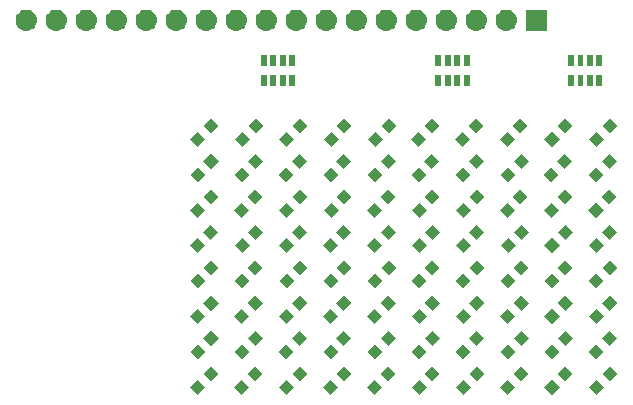
<source format=gbr>
G04 #@! TF.GenerationSoftware,KiCad,Pcbnew,5.1.0*
G04 #@! TF.CreationDate,2019-04-23T22:24:47-05:00*
G04 #@! TF.ProjectId,LedMatrix,4c65644d-6174-4726-9978-2e6b69636164,rev?*
G04 #@! TF.SameCoordinates,Original*
G04 #@! TF.FileFunction,Soldermask,Top*
G04 #@! TF.FilePolarity,Negative*
%FSLAX46Y46*%
G04 Gerber Fmt 4.6, Leading zero omitted, Abs format (unit mm)*
G04 Created by KiCad (PCBNEW 5.1.0) date 2019-04-23 22:24:47*
%MOMM*%
%LPD*%
G04 APERTURE LIST*
%ADD10C,0.100000*%
G04 APERTURE END LIST*
D10*
G36*
X115822125Y-76815685D02*
G01*
X115184315Y-77453495D01*
X114546505Y-76815685D01*
X115184315Y-76177875D01*
X115822125Y-76815685D01*
X115822125Y-76815685D01*
G37*
G36*
X112072125Y-76815685D02*
G01*
X111434315Y-77453495D01*
X110796505Y-76815685D01*
X111434315Y-76177875D01*
X112072125Y-76815685D01*
X112072125Y-76815685D01*
G37*
G36*
X119572125Y-76815685D02*
G01*
X118934315Y-77453495D01*
X118296505Y-76815685D01*
X118934315Y-76177875D01*
X119572125Y-76815685D01*
X119572125Y-76815685D01*
G37*
G36*
X123322125Y-76815685D02*
G01*
X122684315Y-77453495D01*
X122046505Y-76815685D01*
X122684315Y-76177875D01*
X123322125Y-76815685D01*
X123322125Y-76815685D01*
G37*
G36*
X127072125Y-76815685D02*
G01*
X126434315Y-77453495D01*
X125796505Y-76815685D01*
X126434315Y-76177875D01*
X127072125Y-76815685D01*
X127072125Y-76815685D01*
G37*
G36*
X104572125Y-76815685D02*
G01*
X103934315Y-77453495D01*
X103296505Y-76815685D01*
X103934315Y-76177875D01*
X104572125Y-76815685D01*
X104572125Y-76815685D01*
G37*
G36*
X130822125Y-76815685D02*
G01*
X130184315Y-77453495D01*
X129546505Y-76815685D01*
X130184315Y-76177875D01*
X130822125Y-76815685D01*
X130822125Y-76815685D01*
G37*
G36*
X134572125Y-76815685D02*
G01*
X133934315Y-77453495D01*
X133296505Y-76815685D01*
X133934315Y-76177875D01*
X134572125Y-76815685D01*
X134572125Y-76815685D01*
G37*
G36*
X138322125Y-76815685D02*
G01*
X137684315Y-77453495D01*
X137046505Y-76815685D01*
X137684315Y-76177875D01*
X138322125Y-76815685D01*
X138322125Y-76815685D01*
G37*
G36*
X108322125Y-76815685D02*
G01*
X107684315Y-77453495D01*
X107046505Y-76815685D01*
X107684315Y-76177875D01*
X108322125Y-76815685D01*
X108322125Y-76815685D01*
G37*
G36*
X105703495Y-75684315D02*
G01*
X105065685Y-76322125D01*
X104427875Y-75684315D01*
X105065685Y-75046505D01*
X105703495Y-75684315D01*
X105703495Y-75684315D01*
G37*
G36*
X135703495Y-75684315D02*
G01*
X135065685Y-76322125D01*
X134427875Y-75684315D01*
X135065685Y-75046505D01*
X135703495Y-75684315D01*
X135703495Y-75684315D01*
G37*
G36*
X131953495Y-75684315D02*
G01*
X131315685Y-76322125D01*
X130677875Y-75684315D01*
X131315685Y-75046505D01*
X131953495Y-75684315D01*
X131953495Y-75684315D01*
G37*
G36*
X128203495Y-75684315D02*
G01*
X127565685Y-76322125D01*
X126927875Y-75684315D01*
X127565685Y-75046505D01*
X128203495Y-75684315D01*
X128203495Y-75684315D01*
G37*
G36*
X124453495Y-75684315D02*
G01*
X123815685Y-76322125D01*
X123177875Y-75684315D01*
X123815685Y-75046505D01*
X124453495Y-75684315D01*
X124453495Y-75684315D01*
G37*
G36*
X120703495Y-75684315D02*
G01*
X120065685Y-76322125D01*
X119427875Y-75684315D01*
X120065685Y-75046505D01*
X120703495Y-75684315D01*
X120703495Y-75684315D01*
G37*
G36*
X116953495Y-75684315D02*
G01*
X116315685Y-76322125D01*
X115677875Y-75684315D01*
X116315685Y-75046505D01*
X116953495Y-75684315D01*
X116953495Y-75684315D01*
G37*
G36*
X113203495Y-75684315D02*
G01*
X112565685Y-76322125D01*
X111927875Y-75684315D01*
X112565685Y-75046505D01*
X113203495Y-75684315D01*
X113203495Y-75684315D01*
G37*
G36*
X109453495Y-75684315D02*
G01*
X108815685Y-76322125D01*
X108177875Y-75684315D01*
X108815685Y-75046505D01*
X109453495Y-75684315D01*
X109453495Y-75684315D01*
G37*
G36*
X139453495Y-75684315D02*
G01*
X138815685Y-76322125D01*
X138177875Y-75684315D01*
X138815685Y-75046505D01*
X139453495Y-75684315D01*
X139453495Y-75684315D01*
G37*
G36*
X130822125Y-73815685D02*
G01*
X130184315Y-74453495D01*
X129546505Y-73815685D01*
X130184315Y-73177875D01*
X130822125Y-73815685D01*
X130822125Y-73815685D01*
G37*
G36*
X138322125Y-73815685D02*
G01*
X137684315Y-74453495D01*
X137046505Y-73815685D01*
X137684315Y-73177875D01*
X138322125Y-73815685D01*
X138322125Y-73815685D01*
G37*
G36*
X134572125Y-73815685D02*
G01*
X133934315Y-74453495D01*
X133296505Y-73815685D01*
X133934315Y-73177875D01*
X134572125Y-73815685D01*
X134572125Y-73815685D01*
G37*
G36*
X127072125Y-73815685D02*
G01*
X126434315Y-74453495D01*
X125796505Y-73815685D01*
X126434315Y-73177875D01*
X127072125Y-73815685D01*
X127072125Y-73815685D01*
G37*
G36*
X123322125Y-73815685D02*
G01*
X122684315Y-74453495D01*
X122046505Y-73815685D01*
X122684315Y-73177875D01*
X123322125Y-73815685D01*
X123322125Y-73815685D01*
G37*
G36*
X115822125Y-73815685D02*
G01*
X115184315Y-74453495D01*
X114546505Y-73815685D01*
X115184315Y-73177875D01*
X115822125Y-73815685D01*
X115822125Y-73815685D01*
G37*
G36*
X104572125Y-73815685D02*
G01*
X103934315Y-74453495D01*
X103296505Y-73815685D01*
X103934315Y-73177875D01*
X104572125Y-73815685D01*
X104572125Y-73815685D01*
G37*
G36*
X112072125Y-73815685D02*
G01*
X111434315Y-74453495D01*
X110796505Y-73815685D01*
X111434315Y-73177875D01*
X112072125Y-73815685D01*
X112072125Y-73815685D01*
G37*
G36*
X108322125Y-73815685D02*
G01*
X107684315Y-74453495D01*
X107046505Y-73815685D01*
X107684315Y-73177875D01*
X108322125Y-73815685D01*
X108322125Y-73815685D01*
G37*
G36*
X119572125Y-73815685D02*
G01*
X118934315Y-74453495D01*
X118296505Y-73815685D01*
X118934315Y-73177875D01*
X119572125Y-73815685D01*
X119572125Y-73815685D01*
G37*
G36*
X120703495Y-72684315D02*
G01*
X120065685Y-73322125D01*
X119427875Y-72684315D01*
X120065685Y-72046505D01*
X120703495Y-72684315D01*
X120703495Y-72684315D01*
G37*
G36*
X135703495Y-72684315D02*
G01*
X135065685Y-73322125D01*
X134427875Y-72684315D01*
X135065685Y-72046505D01*
X135703495Y-72684315D01*
X135703495Y-72684315D01*
G37*
G36*
X131953495Y-72684315D02*
G01*
X131315685Y-73322125D01*
X130677875Y-72684315D01*
X131315685Y-72046505D01*
X131953495Y-72684315D01*
X131953495Y-72684315D01*
G37*
G36*
X128203495Y-72684315D02*
G01*
X127565685Y-73322125D01*
X126927875Y-72684315D01*
X127565685Y-72046505D01*
X128203495Y-72684315D01*
X128203495Y-72684315D01*
G37*
G36*
X124453495Y-72684315D02*
G01*
X123815685Y-73322125D01*
X123177875Y-72684315D01*
X123815685Y-72046505D01*
X124453495Y-72684315D01*
X124453495Y-72684315D01*
G37*
G36*
X116953495Y-72684315D02*
G01*
X116315685Y-73322125D01*
X115677875Y-72684315D01*
X116315685Y-72046505D01*
X116953495Y-72684315D01*
X116953495Y-72684315D01*
G37*
G36*
X113203495Y-72684315D02*
G01*
X112565685Y-73322125D01*
X111927875Y-72684315D01*
X112565685Y-72046505D01*
X113203495Y-72684315D01*
X113203495Y-72684315D01*
G37*
G36*
X109453495Y-72684315D02*
G01*
X108815685Y-73322125D01*
X108177875Y-72684315D01*
X108815685Y-72046505D01*
X109453495Y-72684315D01*
X109453495Y-72684315D01*
G37*
G36*
X105703495Y-72684315D02*
G01*
X105065685Y-73322125D01*
X104427875Y-72684315D01*
X105065685Y-72046505D01*
X105703495Y-72684315D01*
X105703495Y-72684315D01*
G37*
G36*
X139453495Y-72684315D02*
G01*
X138815685Y-73322125D01*
X138177875Y-72684315D01*
X138815685Y-72046505D01*
X139453495Y-72684315D01*
X139453495Y-72684315D01*
G37*
G36*
X108322125Y-70815685D02*
G01*
X107684315Y-71453495D01*
X107046505Y-70815685D01*
X107684315Y-70177875D01*
X108322125Y-70815685D01*
X108322125Y-70815685D01*
G37*
G36*
X104572125Y-70815685D02*
G01*
X103934315Y-71453495D01*
X103296505Y-70815685D01*
X103934315Y-70177875D01*
X104572125Y-70815685D01*
X104572125Y-70815685D01*
G37*
G36*
X134572125Y-70815685D02*
G01*
X133934315Y-71453495D01*
X133296505Y-70815685D01*
X133934315Y-70177875D01*
X134572125Y-70815685D01*
X134572125Y-70815685D01*
G37*
G36*
X130822125Y-70815685D02*
G01*
X130184315Y-71453495D01*
X129546505Y-70815685D01*
X130184315Y-70177875D01*
X130822125Y-70815685D01*
X130822125Y-70815685D01*
G37*
G36*
X127072125Y-70815685D02*
G01*
X126434315Y-71453495D01*
X125796505Y-70815685D01*
X126434315Y-70177875D01*
X127072125Y-70815685D01*
X127072125Y-70815685D01*
G37*
G36*
X123322125Y-70815685D02*
G01*
X122684315Y-71453495D01*
X122046505Y-70815685D01*
X122684315Y-70177875D01*
X123322125Y-70815685D01*
X123322125Y-70815685D01*
G37*
G36*
X119572125Y-70815685D02*
G01*
X118934315Y-71453495D01*
X118296505Y-70815685D01*
X118934315Y-70177875D01*
X119572125Y-70815685D01*
X119572125Y-70815685D01*
G37*
G36*
X115822125Y-70815685D02*
G01*
X115184315Y-71453495D01*
X114546505Y-70815685D01*
X115184315Y-70177875D01*
X115822125Y-70815685D01*
X115822125Y-70815685D01*
G37*
G36*
X112072125Y-70815685D02*
G01*
X111434315Y-71453495D01*
X110796505Y-70815685D01*
X111434315Y-70177875D01*
X112072125Y-70815685D01*
X112072125Y-70815685D01*
G37*
G36*
X138322125Y-70815685D02*
G01*
X137684315Y-71453495D01*
X137046505Y-70815685D01*
X137684315Y-70177875D01*
X138322125Y-70815685D01*
X138322125Y-70815685D01*
G37*
G36*
X139453495Y-69684315D02*
G01*
X138815685Y-70322125D01*
X138177875Y-69684315D01*
X138815685Y-69046505D01*
X139453495Y-69684315D01*
X139453495Y-69684315D01*
G37*
G36*
X113203495Y-69684315D02*
G01*
X112565685Y-70322125D01*
X111927875Y-69684315D01*
X112565685Y-69046505D01*
X113203495Y-69684315D01*
X113203495Y-69684315D01*
G37*
G36*
X116953495Y-69684315D02*
G01*
X116315685Y-70322125D01*
X115677875Y-69684315D01*
X116315685Y-69046505D01*
X116953495Y-69684315D01*
X116953495Y-69684315D01*
G37*
G36*
X120703495Y-69684315D02*
G01*
X120065685Y-70322125D01*
X119427875Y-69684315D01*
X120065685Y-69046505D01*
X120703495Y-69684315D01*
X120703495Y-69684315D01*
G37*
G36*
X124453495Y-69684315D02*
G01*
X123815685Y-70322125D01*
X123177875Y-69684315D01*
X123815685Y-69046505D01*
X124453495Y-69684315D01*
X124453495Y-69684315D01*
G37*
G36*
X131953495Y-69684315D02*
G01*
X131315685Y-70322125D01*
X130677875Y-69684315D01*
X131315685Y-69046505D01*
X131953495Y-69684315D01*
X131953495Y-69684315D01*
G37*
G36*
X135703495Y-69684315D02*
G01*
X135065685Y-70322125D01*
X134427875Y-69684315D01*
X135065685Y-69046505D01*
X135703495Y-69684315D01*
X135703495Y-69684315D01*
G37*
G36*
X105703495Y-69684315D02*
G01*
X105065685Y-70322125D01*
X104427875Y-69684315D01*
X105065685Y-69046505D01*
X105703495Y-69684315D01*
X105703495Y-69684315D01*
G37*
G36*
X109453495Y-69684315D02*
G01*
X108815685Y-70322125D01*
X108177875Y-69684315D01*
X108815685Y-69046505D01*
X109453495Y-69684315D01*
X109453495Y-69684315D01*
G37*
G36*
X128203495Y-69684315D02*
G01*
X127565685Y-70322125D01*
X126927875Y-69684315D01*
X127565685Y-69046505D01*
X128203495Y-69684315D01*
X128203495Y-69684315D01*
G37*
G36*
X119622125Y-67815685D02*
G01*
X118984315Y-68453495D01*
X118346505Y-67815685D01*
X118984315Y-67177875D01*
X119622125Y-67815685D01*
X119622125Y-67815685D01*
G37*
G36*
X134572125Y-67815685D02*
G01*
X133934315Y-68453495D01*
X133296505Y-67815685D01*
X133934315Y-67177875D01*
X134572125Y-67815685D01*
X134572125Y-67815685D01*
G37*
G36*
X130822125Y-67815685D02*
G01*
X130184315Y-68453495D01*
X129546505Y-67815685D01*
X130184315Y-67177875D01*
X130822125Y-67815685D01*
X130822125Y-67815685D01*
G37*
G36*
X127072125Y-67815685D02*
G01*
X126434315Y-68453495D01*
X125796505Y-67815685D01*
X126434315Y-67177875D01*
X127072125Y-67815685D01*
X127072125Y-67815685D01*
G37*
G36*
X123322125Y-67815685D02*
G01*
X122684315Y-68453495D01*
X122046505Y-67815685D01*
X122684315Y-67177875D01*
X123322125Y-67815685D01*
X123322125Y-67815685D01*
G37*
G36*
X115872125Y-67815685D02*
G01*
X115234315Y-68453495D01*
X114596505Y-67815685D01*
X115234315Y-67177875D01*
X115872125Y-67815685D01*
X115872125Y-67815685D01*
G37*
G36*
X112122125Y-67815685D02*
G01*
X111484315Y-68453495D01*
X110846505Y-67815685D01*
X111484315Y-67177875D01*
X112122125Y-67815685D01*
X112122125Y-67815685D01*
G37*
G36*
X108322125Y-67815685D02*
G01*
X107684315Y-68453495D01*
X107046505Y-67815685D01*
X107684315Y-67177875D01*
X108322125Y-67815685D01*
X108322125Y-67815685D01*
G37*
G36*
X138322125Y-67815685D02*
G01*
X137684315Y-68453495D01*
X137046505Y-67815685D01*
X137684315Y-67177875D01*
X138322125Y-67815685D01*
X138322125Y-67815685D01*
G37*
G36*
X104572125Y-67815685D02*
G01*
X103934315Y-68453495D01*
X103296505Y-67815685D01*
X103934315Y-67177875D01*
X104572125Y-67815685D01*
X104572125Y-67815685D01*
G37*
G36*
X131953495Y-66684315D02*
G01*
X131315685Y-67322125D01*
X130677875Y-66684315D01*
X131315685Y-66046505D01*
X131953495Y-66684315D01*
X131953495Y-66684315D01*
G37*
G36*
X105703495Y-66684315D02*
G01*
X105065685Y-67322125D01*
X104427875Y-66684315D01*
X105065685Y-66046505D01*
X105703495Y-66684315D01*
X105703495Y-66684315D01*
G37*
G36*
X109453495Y-66684315D02*
G01*
X108815685Y-67322125D01*
X108177875Y-66684315D01*
X108815685Y-66046505D01*
X109453495Y-66684315D01*
X109453495Y-66684315D01*
G37*
G36*
X139453495Y-66684315D02*
G01*
X138815685Y-67322125D01*
X138177875Y-66684315D01*
X138815685Y-66046505D01*
X139453495Y-66684315D01*
X139453495Y-66684315D01*
G37*
G36*
X113253495Y-66684315D02*
G01*
X112615685Y-67322125D01*
X111977875Y-66684315D01*
X112615685Y-66046505D01*
X113253495Y-66684315D01*
X113253495Y-66684315D01*
G37*
G36*
X117003495Y-66684315D02*
G01*
X116365685Y-67322125D01*
X115727875Y-66684315D01*
X116365685Y-66046505D01*
X117003495Y-66684315D01*
X117003495Y-66684315D01*
G37*
G36*
X135703495Y-66684315D02*
G01*
X135065685Y-67322125D01*
X134427875Y-66684315D01*
X135065685Y-66046505D01*
X135703495Y-66684315D01*
X135703495Y-66684315D01*
G37*
G36*
X120753495Y-66684315D02*
G01*
X120115685Y-67322125D01*
X119477875Y-66684315D01*
X120115685Y-66046505D01*
X120753495Y-66684315D01*
X120753495Y-66684315D01*
G37*
G36*
X124453495Y-66684315D02*
G01*
X123815685Y-67322125D01*
X123177875Y-66684315D01*
X123815685Y-66046505D01*
X124453495Y-66684315D01*
X124453495Y-66684315D01*
G37*
G36*
X128203495Y-66684315D02*
G01*
X127565685Y-67322125D01*
X126927875Y-66684315D01*
X127565685Y-66046505D01*
X128203495Y-66684315D01*
X128203495Y-66684315D01*
G37*
G36*
X138322125Y-64815685D02*
G01*
X137684315Y-65453495D01*
X137046505Y-64815685D01*
X137684315Y-64177875D01*
X138322125Y-64815685D01*
X138322125Y-64815685D01*
G37*
G36*
X104522125Y-64815685D02*
G01*
X103884315Y-65453495D01*
X103246505Y-64815685D01*
X103884315Y-64177875D01*
X104522125Y-64815685D01*
X104522125Y-64815685D01*
G37*
G36*
X108372125Y-64815685D02*
G01*
X107734315Y-65453495D01*
X107096505Y-64815685D01*
X107734315Y-64177875D01*
X108372125Y-64815685D01*
X108372125Y-64815685D01*
G37*
G36*
X112072125Y-64815685D02*
G01*
X111434315Y-65453495D01*
X110796505Y-64815685D01*
X111434315Y-64177875D01*
X112072125Y-64815685D01*
X112072125Y-64815685D01*
G37*
G36*
X115822125Y-64815685D02*
G01*
X115184315Y-65453495D01*
X114546505Y-64815685D01*
X115184315Y-64177875D01*
X115822125Y-64815685D01*
X115822125Y-64815685D01*
G37*
G36*
X123322125Y-64815685D02*
G01*
X122684315Y-65453495D01*
X122046505Y-64815685D01*
X122684315Y-64177875D01*
X123322125Y-64815685D01*
X123322125Y-64815685D01*
G37*
G36*
X127072125Y-64815685D02*
G01*
X126434315Y-65453495D01*
X125796505Y-64815685D01*
X126434315Y-64177875D01*
X127072125Y-64815685D01*
X127072125Y-64815685D01*
G37*
G36*
X130872125Y-64815685D02*
G01*
X130234315Y-65453495D01*
X129596505Y-64815685D01*
X130234315Y-64177875D01*
X130872125Y-64815685D01*
X130872125Y-64815685D01*
G37*
G36*
X134572125Y-64815685D02*
G01*
X133934315Y-65453495D01*
X133296505Y-64815685D01*
X133934315Y-64177875D01*
X134572125Y-64815685D01*
X134572125Y-64815685D01*
G37*
G36*
X119572125Y-64815685D02*
G01*
X118934315Y-65453495D01*
X118296505Y-64815685D01*
X118934315Y-64177875D01*
X119572125Y-64815685D01*
X119572125Y-64815685D01*
G37*
G36*
X124453495Y-63684315D02*
G01*
X123815685Y-64322125D01*
X123177875Y-63684315D01*
X123815685Y-63046505D01*
X124453495Y-63684315D01*
X124453495Y-63684315D01*
G37*
G36*
X135703495Y-63684315D02*
G01*
X135065685Y-64322125D01*
X134427875Y-63684315D01*
X135065685Y-63046505D01*
X135703495Y-63684315D01*
X135703495Y-63684315D01*
G37*
G36*
X139453495Y-63684315D02*
G01*
X138815685Y-64322125D01*
X138177875Y-63684315D01*
X138815685Y-63046505D01*
X139453495Y-63684315D01*
X139453495Y-63684315D01*
G37*
G36*
X132003495Y-63684315D02*
G01*
X131365685Y-64322125D01*
X130727875Y-63684315D01*
X131365685Y-63046505D01*
X132003495Y-63684315D01*
X132003495Y-63684315D01*
G37*
G36*
X128203495Y-63684315D02*
G01*
X127565685Y-64322125D01*
X126927875Y-63684315D01*
X127565685Y-63046505D01*
X128203495Y-63684315D01*
X128203495Y-63684315D01*
G37*
G36*
X116953495Y-63684315D02*
G01*
X116315685Y-64322125D01*
X115677875Y-63684315D01*
X116315685Y-63046505D01*
X116953495Y-63684315D01*
X116953495Y-63684315D01*
G37*
G36*
X113203495Y-63684315D02*
G01*
X112565685Y-64322125D01*
X111927875Y-63684315D01*
X112565685Y-63046505D01*
X113203495Y-63684315D01*
X113203495Y-63684315D01*
G37*
G36*
X109503495Y-63684315D02*
G01*
X108865685Y-64322125D01*
X108227875Y-63684315D01*
X108865685Y-63046505D01*
X109503495Y-63684315D01*
X109503495Y-63684315D01*
G37*
G36*
X105653495Y-63684315D02*
G01*
X105015685Y-64322125D01*
X104377875Y-63684315D01*
X105015685Y-63046505D01*
X105653495Y-63684315D01*
X105653495Y-63684315D01*
G37*
G36*
X120703495Y-63684315D02*
G01*
X120065685Y-64322125D01*
X119427875Y-63684315D01*
X120065685Y-63046505D01*
X120703495Y-63684315D01*
X120703495Y-63684315D01*
G37*
G36*
X138297125Y-61815685D02*
G01*
X137659315Y-62453495D01*
X137021505Y-61815685D01*
X137659315Y-61177875D01*
X138297125Y-61815685D01*
X138297125Y-61815685D01*
G37*
G36*
X119572125Y-61815685D02*
G01*
X118934315Y-62453495D01*
X118296505Y-61815685D01*
X118934315Y-61177875D01*
X119572125Y-61815685D01*
X119572125Y-61815685D01*
G37*
G36*
X134522125Y-61815685D02*
G01*
X133884315Y-62453495D01*
X133246505Y-61815685D01*
X133884315Y-61177875D01*
X134522125Y-61815685D01*
X134522125Y-61815685D01*
G37*
G36*
X130772125Y-61815685D02*
G01*
X130134315Y-62453495D01*
X129496505Y-61815685D01*
X130134315Y-61177875D01*
X130772125Y-61815685D01*
X130772125Y-61815685D01*
G37*
G36*
X127072125Y-61815685D02*
G01*
X126434315Y-62453495D01*
X125796505Y-61815685D01*
X126434315Y-61177875D01*
X127072125Y-61815685D01*
X127072125Y-61815685D01*
G37*
G36*
X108322125Y-61815685D02*
G01*
X107684315Y-62453495D01*
X107046505Y-61815685D01*
X107684315Y-61177875D01*
X108322125Y-61815685D01*
X108322125Y-61815685D01*
G37*
G36*
X123322125Y-61815685D02*
G01*
X122684315Y-62453495D01*
X122046505Y-61815685D01*
X122684315Y-61177875D01*
X123322125Y-61815685D01*
X123322125Y-61815685D01*
G37*
G36*
X112072125Y-61815685D02*
G01*
X111434315Y-62453495D01*
X110796505Y-61815685D01*
X111434315Y-61177875D01*
X112072125Y-61815685D01*
X112072125Y-61815685D01*
G37*
G36*
X115872125Y-61815685D02*
G01*
X115234315Y-62453495D01*
X114596505Y-61815685D01*
X115234315Y-61177875D01*
X115872125Y-61815685D01*
X115872125Y-61815685D01*
G37*
G36*
X104572125Y-61815685D02*
G01*
X103934315Y-62453495D01*
X103296505Y-61815685D01*
X103934315Y-61177875D01*
X104572125Y-61815685D01*
X104572125Y-61815685D01*
G37*
G36*
X117003495Y-60684315D02*
G01*
X116365685Y-61322125D01*
X115727875Y-60684315D01*
X116365685Y-60046505D01*
X117003495Y-60684315D01*
X117003495Y-60684315D01*
G37*
G36*
X120703495Y-60684315D02*
G01*
X120065685Y-61322125D01*
X119427875Y-60684315D01*
X120065685Y-60046505D01*
X120703495Y-60684315D01*
X120703495Y-60684315D01*
G37*
G36*
X105703495Y-60684315D02*
G01*
X105065685Y-61322125D01*
X104427875Y-60684315D01*
X105065685Y-60046505D01*
X105703495Y-60684315D01*
X105703495Y-60684315D01*
G37*
G36*
X109453495Y-60684315D02*
G01*
X108815685Y-61322125D01*
X108177875Y-60684315D01*
X108815685Y-60046505D01*
X109453495Y-60684315D01*
X109453495Y-60684315D01*
G37*
G36*
X113203495Y-60684315D02*
G01*
X112565685Y-61322125D01*
X111927875Y-60684315D01*
X112565685Y-60046505D01*
X113203495Y-60684315D01*
X113203495Y-60684315D01*
G37*
G36*
X139428495Y-60684315D02*
G01*
X138790685Y-61322125D01*
X138152875Y-60684315D01*
X138790685Y-60046505D01*
X139428495Y-60684315D01*
X139428495Y-60684315D01*
G37*
G36*
X135653495Y-60684315D02*
G01*
X135015685Y-61322125D01*
X134377875Y-60684315D01*
X135015685Y-60046505D01*
X135653495Y-60684315D01*
X135653495Y-60684315D01*
G37*
G36*
X131903495Y-60684315D02*
G01*
X131265685Y-61322125D01*
X130627875Y-60684315D01*
X131265685Y-60046505D01*
X131903495Y-60684315D01*
X131903495Y-60684315D01*
G37*
G36*
X128203495Y-60684315D02*
G01*
X127565685Y-61322125D01*
X126927875Y-60684315D01*
X127565685Y-60046505D01*
X128203495Y-60684315D01*
X128203495Y-60684315D01*
G37*
G36*
X124453495Y-60684315D02*
G01*
X123815685Y-61322125D01*
X123177875Y-60684315D01*
X123815685Y-60046505D01*
X124453495Y-60684315D01*
X124453495Y-60684315D01*
G37*
G36*
X119572125Y-58815685D02*
G01*
X118934315Y-59453495D01*
X118296505Y-58815685D01*
X118934315Y-58177875D01*
X119572125Y-58815685D01*
X119572125Y-58815685D01*
G37*
G36*
X138272125Y-58815685D02*
G01*
X137634315Y-59453495D01*
X136996505Y-58815685D01*
X137634315Y-58177875D01*
X138272125Y-58815685D01*
X138272125Y-58815685D01*
G37*
G36*
X134522125Y-58815685D02*
G01*
X133884315Y-59453495D01*
X133246505Y-58815685D01*
X133884315Y-58177875D01*
X134522125Y-58815685D01*
X134522125Y-58815685D01*
G37*
G36*
X104572125Y-58815685D02*
G01*
X103934315Y-59453495D01*
X103296505Y-58815685D01*
X103934315Y-58177875D01*
X104572125Y-58815685D01*
X104572125Y-58815685D01*
G37*
G36*
X130822125Y-58815685D02*
G01*
X130184315Y-59453495D01*
X129546505Y-58815685D01*
X130184315Y-58177875D01*
X130822125Y-58815685D01*
X130822125Y-58815685D01*
G37*
G36*
X108322125Y-58815685D02*
G01*
X107684315Y-59453495D01*
X107046505Y-58815685D01*
X107684315Y-58177875D01*
X108322125Y-58815685D01*
X108322125Y-58815685D01*
G37*
G36*
X127072125Y-58815685D02*
G01*
X126434315Y-59453495D01*
X125796505Y-58815685D01*
X126434315Y-58177875D01*
X127072125Y-58815685D01*
X127072125Y-58815685D01*
G37*
G36*
X112072125Y-58815685D02*
G01*
X111434315Y-59453495D01*
X110796505Y-58815685D01*
X111434315Y-58177875D01*
X112072125Y-58815685D01*
X112072125Y-58815685D01*
G37*
G36*
X115822125Y-58815685D02*
G01*
X115184315Y-59453495D01*
X114546505Y-58815685D01*
X115184315Y-58177875D01*
X115822125Y-58815685D01*
X115822125Y-58815685D01*
G37*
G36*
X123272125Y-58815685D02*
G01*
X122634315Y-59453495D01*
X121996505Y-58815685D01*
X122634315Y-58177875D01*
X123272125Y-58815685D01*
X123272125Y-58815685D01*
G37*
G36*
X139403495Y-57684315D02*
G01*
X138765685Y-58322125D01*
X138127875Y-57684315D01*
X138765685Y-57046505D01*
X139403495Y-57684315D01*
X139403495Y-57684315D01*
G37*
G36*
X113203495Y-57684315D02*
G01*
X112565685Y-58322125D01*
X111927875Y-57684315D01*
X112565685Y-57046505D01*
X113203495Y-57684315D01*
X113203495Y-57684315D01*
G37*
G36*
X116953495Y-57684315D02*
G01*
X116315685Y-58322125D01*
X115677875Y-57684315D01*
X116315685Y-57046505D01*
X116953495Y-57684315D01*
X116953495Y-57684315D01*
G37*
G36*
X120703495Y-57684315D02*
G01*
X120065685Y-58322125D01*
X119427875Y-57684315D01*
X120065685Y-57046505D01*
X120703495Y-57684315D01*
X120703495Y-57684315D01*
G37*
G36*
X124403495Y-57684315D02*
G01*
X123765685Y-58322125D01*
X123127875Y-57684315D01*
X123765685Y-57046505D01*
X124403495Y-57684315D01*
X124403495Y-57684315D01*
G37*
G36*
X109453495Y-57684315D02*
G01*
X108815685Y-58322125D01*
X108177875Y-57684315D01*
X108815685Y-57046505D01*
X109453495Y-57684315D01*
X109453495Y-57684315D01*
G37*
G36*
X135653495Y-57684315D02*
G01*
X135015685Y-58322125D01*
X134377875Y-57684315D01*
X135015685Y-57046505D01*
X135653495Y-57684315D01*
X135653495Y-57684315D01*
G37*
G36*
X128203495Y-57684315D02*
G01*
X127565685Y-58322125D01*
X126927875Y-57684315D01*
X127565685Y-57046505D01*
X128203495Y-57684315D01*
X128203495Y-57684315D01*
G37*
G36*
X131953495Y-57684315D02*
G01*
X131315685Y-58322125D01*
X130677875Y-57684315D01*
X131315685Y-57046505D01*
X131953495Y-57684315D01*
X131953495Y-57684315D01*
G37*
G36*
X105703495Y-57684315D02*
G01*
X105065685Y-58322125D01*
X104427875Y-57684315D01*
X105065685Y-57046505D01*
X105703495Y-57684315D01*
X105703495Y-57684315D01*
G37*
G36*
X112122125Y-55815685D02*
G01*
X111484315Y-56453495D01*
X110846505Y-55815685D01*
X111484315Y-55177875D01*
X112122125Y-55815685D01*
X112122125Y-55815685D01*
G37*
G36*
X138322125Y-55815685D02*
G01*
X137684315Y-56453495D01*
X137046505Y-55815685D01*
X137684315Y-55177875D01*
X138322125Y-55815685D01*
X138322125Y-55815685D01*
G37*
G36*
X134572125Y-55815685D02*
G01*
X133934315Y-56453495D01*
X133296505Y-55815685D01*
X133934315Y-55177875D01*
X134572125Y-55815685D01*
X134572125Y-55815685D01*
G37*
G36*
X130772125Y-55815685D02*
G01*
X130134315Y-56453495D01*
X129496505Y-55815685D01*
X130134315Y-55177875D01*
X130772125Y-55815685D01*
X130772125Y-55815685D01*
G37*
G36*
X127022125Y-55815685D02*
G01*
X126384315Y-56453495D01*
X125746505Y-55815685D01*
X126384315Y-55177875D01*
X127022125Y-55815685D01*
X127022125Y-55815685D01*
G37*
G36*
X108372125Y-55815685D02*
G01*
X107734315Y-56453495D01*
X107096505Y-55815685D01*
X107734315Y-55177875D01*
X108372125Y-55815685D01*
X108372125Y-55815685D01*
G37*
G36*
X115872125Y-55815685D02*
G01*
X115234315Y-56453495D01*
X114596505Y-55815685D01*
X115234315Y-55177875D01*
X115872125Y-55815685D01*
X115872125Y-55815685D01*
G37*
G36*
X104572125Y-55815685D02*
G01*
X103934315Y-56453495D01*
X103296505Y-55815685D01*
X103934315Y-55177875D01*
X104572125Y-55815685D01*
X104572125Y-55815685D01*
G37*
G36*
X123272125Y-55815685D02*
G01*
X122634315Y-56453495D01*
X121996505Y-55815685D01*
X122634315Y-55177875D01*
X123272125Y-55815685D01*
X123272125Y-55815685D01*
G37*
G36*
X119622125Y-55815685D02*
G01*
X118984315Y-56453495D01*
X118346505Y-55815685D01*
X118984315Y-55177875D01*
X119622125Y-55815685D01*
X119622125Y-55815685D01*
G37*
G36*
X135703495Y-54684315D02*
G01*
X135065685Y-55322125D01*
X134427875Y-54684315D01*
X135065685Y-54046505D01*
X135703495Y-54684315D01*
X135703495Y-54684315D01*
G37*
G36*
X128153495Y-54684315D02*
G01*
X127515685Y-55322125D01*
X126877875Y-54684315D01*
X127515685Y-54046505D01*
X128153495Y-54684315D01*
X128153495Y-54684315D01*
G37*
G36*
X124403495Y-54684315D02*
G01*
X123765685Y-55322125D01*
X123127875Y-54684315D01*
X123765685Y-54046505D01*
X124403495Y-54684315D01*
X124403495Y-54684315D01*
G37*
G36*
X109503495Y-54684315D02*
G01*
X108865685Y-55322125D01*
X108227875Y-54684315D01*
X108865685Y-54046505D01*
X109503495Y-54684315D01*
X109503495Y-54684315D01*
G37*
G36*
X120753495Y-54684315D02*
G01*
X120115685Y-55322125D01*
X119477875Y-54684315D01*
X120115685Y-54046505D01*
X120753495Y-54684315D01*
X120753495Y-54684315D01*
G37*
G36*
X113253495Y-54684315D02*
G01*
X112615685Y-55322125D01*
X111977875Y-54684315D01*
X112615685Y-54046505D01*
X113253495Y-54684315D01*
X113253495Y-54684315D01*
G37*
G36*
X117003495Y-54684315D02*
G01*
X116365685Y-55322125D01*
X115727875Y-54684315D01*
X116365685Y-54046505D01*
X117003495Y-54684315D01*
X117003495Y-54684315D01*
G37*
G36*
X105703495Y-54684315D02*
G01*
X105065685Y-55322125D01*
X104427875Y-54684315D01*
X105065685Y-54046505D01*
X105703495Y-54684315D01*
X105703495Y-54684315D01*
G37*
G36*
X139453495Y-54684315D02*
G01*
X138815685Y-55322125D01*
X138177875Y-54684315D01*
X138815685Y-54046505D01*
X139453495Y-54684315D01*
X139453495Y-54684315D01*
G37*
G36*
X131903495Y-54684315D02*
G01*
X131265685Y-55322125D01*
X130627875Y-54684315D01*
X131265685Y-54046505D01*
X131903495Y-54684315D01*
X131903495Y-54684315D01*
G37*
G36*
X136601000Y-51351000D02*
G01*
X136099000Y-51351000D01*
X136099000Y-50349000D01*
X136601000Y-50349000D01*
X136601000Y-51351000D01*
X136601000Y-51351000D01*
G37*
G36*
X137401000Y-51351000D02*
G01*
X136899000Y-51351000D01*
X136899000Y-50349000D01*
X137401000Y-50349000D01*
X137401000Y-51351000D01*
X137401000Y-51351000D01*
G37*
G36*
X135801000Y-51351000D02*
G01*
X135299000Y-51351000D01*
X135299000Y-50349000D01*
X135801000Y-50349000D01*
X135801000Y-51351000D01*
X135801000Y-51351000D01*
G37*
G36*
X138201000Y-51351000D02*
G01*
X137699000Y-51351000D01*
X137699000Y-50349000D01*
X138201000Y-50349000D01*
X138201000Y-51351000D01*
X138201000Y-51351000D01*
G37*
G36*
X126951000Y-51351000D02*
G01*
X126449000Y-51351000D01*
X126449000Y-50349000D01*
X126951000Y-50349000D01*
X126951000Y-51351000D01*
X126951000Y-51351000D01*
G37*
G36*
X126151000Y-51351000D02*
G01*
X125649000Y-51351000D01*
X125649000Y-50349000D01*
X126151000Y-50349000D01*
X126151000Y-51351000D01*
X126151000Y-51351000D01*
G37*
G36*
X125351000Y-51351000D02*
G01*
X124849000Y-51351000D01*
X124849000Y-50349000D01*
X125351000Y-50349000D01*
X125351000Y-51351000D01*
X125351000Y-51351000D01*
G37*
G36*
X124551000Y-51351000D02*
G01*
X124049000Y-51351000D01*
X124049000Y-50349000D01*
X124551000Y-50349000D01*
X124551000Y-51351000D01*
X124551000Y-51351000D01*
G37*
G36*
X112201000Y-51351000D02*
G01*
X111699000Y-51351000D01*
X111699000Y-50349000D01*
X112201000Y-50349000D01*
X112201000Y-51351000D01*
X112201000Y-51351000D01*
G37*
G36*
X111401000Y-51351000D02*
G01*
X110899000Y-51351000D01*
X110899000Y-50349000D01*
X111401000Y-50349000D01*
X111401000Y-51351000D01*
X111401000Y-51351000D01*
G37*
G36*
X109801000Y-51351000D02*
G01*
X109299000Y-51351000D01*
X109299000Y-50349000D01*
X109801000Y-50349000D01*
X109801000Y-51351000D01*
X109801000Y-51351000D01*
G37*
G36*
X110601000Y-51351000D02*
G01*
X110099000Y-51351000D01*
X110099000Y-50349000D01*
X110601000Y-50349000D01*
X110601000Y-51351000D01*
X110601000Y-51351000D01*
G37*
G36*
X138201000Y-49651000D02*
G01*
X137699000Y-49651000D01*
X137699000Y-48649000D01*
X138201000Y-48649000D01*
X138201000Y-49651000D01*
X138201000Y-49651000D01*
G37*
G36*
X137401000Y-49651000D02*
G01*
X136899000Y-49651000D01*
X136899000Y-48649000D01*
X137401000Y-48649000D01*
X137401000Y-49651000D01*
X137401000Y-49651000D01*
G37*
G36*
X136601000Y-49651000D02*
G01*
X136099000Y-49651000D01*
X136099000Y-48649000D01*
X136601000Y-48649000D01*
X136601000Y-49651000D01*
X136601000Y-49651000D01*
G37*
G36*
X135801000Y-49651000D02*
G01*
X135299000Y-49651000D01*
X135299000Y-48649000D01*
X135801000Y-48649000D01*
X135801000Y-49651000D01*
X135801000Y-49651000D01*
G37*
G36*
X126951000Y-49651000D02*
G01*
X126449000Y-49651000D01*
X126449000Y-48649000D01*
X126951000Y-48649000D01*
X126951000Y-49651000D01*
X126951000Y-49651000D01*
G37*
G36*
X126151000Y-49651000D02*
G01*
X125649000Y-49651000D01*
X125649000Y-48649000D01*
X126151000Y-48649000D01*
X126151000Y-49651000D01*
X126151000Y-49651000D01*
G37*
G36*
X124551000Y-49651000D02*
G01*
X124049000Y-49651000D01*
X124049000Y-48649000D01*
X124551000Y-48649000D01*
X124551000Y-49651000D01*
X124551000Y-49651000D01*
G37*
G36*
X112201000Y-49651000D02*
G01*
X111699000Y-49651000D01*
X111699000Y-48649000D01*
X112201000Y-48649000D01*
X112201000Y-49651000D01*
X112201000Y-49651000D01*
G37*
G36*
X111401000Y-49651000D02*
G01*
X110899000Y-49651000D01*
X110899000Y-48649000D01*
X111401000Y-48649000D01*
X111401000Y-49651000D01*
X111401000Y-49651000D01*
G37*
G36*
X110601000Y-49651000D02*
G01*
X110099000Y-49651000D01*
X110099000Y-48649000D01*
X110601000Y-48649000D01*
X110601000Y-49651000D01*
X110601000Y-49651000D01*
G37*
G36*
X109801000Y-49651000D02*
G01*
X109299000Y-49651000D01*
X109299000Y-48649000D01*
X109801000Y-48649000D01*
X109801000Y-49651000D01*
X109801000Y-49651000D01*
G37*
G36*
X125351000Y-49651000D02*
G01*
X124849000Y-49651000D01*
X124849000Y-48649000D01*
X125351000Y-48649000D01*
X125351000Y-49651000D01*
X125351000Y-49651000D01*
G37*
G36*
X133511000Y-46651000D02*
G01*
X131709000Y-46651000D01*
X131709000Y-44849000D01*
X133511000Y-44849000D01*
X133511000Y-46651000D01*
X133511000Y-46651000D01*
G37*
G36*
X130180443Y-44855519D02*
G01*
X130246627Y-44862037D01*
X130416466Y-44913557D01*
X130572991Y-44997222D01*
X130608729Y-45026552D01*
X130710186Y-45109814D01*
X130793448Y-45211271D01*
X130822778Y-45247009D01*
X130906443Y-45403534D01*
X130957963Y-45573373D01*
X130975359Y-45750000D01*
X130957963Y-45926627D01*
X130906443Y-46096466D01*
X130822778Y-46252991D01*
X130793448Y-46288729D01*
X130710186Y-46390186D01*
X130608729Y-46473448D01*
X130572991Y-46502778D01*
X130416466Y-46586443D01*
X130246627Y-46637963D01*
X130180443Y-46644481D01*
X130114260Y-46651000D01*
X130025740Y-46651000D01*
X129959557Y-46644481D01*
X129893373Y-46637963D01*
X129723534Y-46586443D01*
X129567009Y-46502778D01*
X129531271Y-46473448D01*
X129429814Y-46390186D01*
X129346552Y-46288729D01*
X129317222Y-46252991D01*
X129233557Y-46096466D01*
X129182037Y-45926627D01*
X129164641Y-45750000D01*
X129182037Y-45573373D01*
X129233557Y-45403534D01*
X129317222Y-45247009D01*
X129346552Y-45211271D01*
X129429814Y-45109814D01*
X129531271Y-45026552D01*
X129567009Y-44997222D01*
X129723534Y-44913557D01*
X129893373Y-44862037D01*
X129959557Y-44855519D01*
X130025740Y-44849000D01*
X130114260Y-44849000D01*
X130180443Y-44855519D01*
X130180443Y-44855519D01*
G37*
G36*
X127640443Y-44855519D02*
G01*
X127706627Y-44862037D01*
X127876466Y-44913557D01*
X128032991Y-44997222D01*
X128068729Y-45026552D01*
X128170186Y-45109814D01*
X128253448Y-45211271D01*
X128282778Y-45247009D01*
X128366443Y-45403534D01*
X128417963Y-45573373D01*
X128435359Y-45750000D01*
X128417963Y-45926627D01*
X128366443Y-46096466D01*
X128282778Y-46252991D01*
X128253448Y-46288729D01*
X128170186Y-46390186D01*
X128068729Y-46473448D01*
X128032991Y-46502778D01*
X127876466Y-46586443D01*
X127706627Y-46637963D01*
X127640443Y-46644481D01*
X127574260Y-46651000D01*
X127485740Y-46651000D01*
X127419557Y-46644481D01*
X127353373Y-46637963D01*
X127183534Y-46586443D01*
X127027009Y-46502778D01*
X126991271Y-46473448D01*
X126889814Y-46390186D01*
X126806552Y-46288729D01*
X126777222Y-46252991D01*
X126693557Y-46096466D01*
X126642037Y-45926627D01*
X126624641Y-45750000D01*
X126642037Y-45573373D01*
X126693557Y-45403534D01*
X126777222Y-45247009D01*
X126806552Y-45211271D01*
X126889814Y-45109814D01*
X126991271Y-45026552D01*
X127027009Y-44997222D01*
X127183534Y-44913557D01*
X127353373Y-44862037D01*
X127419557Y-44855519D01*
X127485740Y-44849000D01*
X127574260Y-44849000D01*
X127640443Y-44855519D01*
X127640443Y-44855519D01*
G37*
G36*
X122560443Y-44855519D02*
G01*
X122626627Y-44862037D01*
X122796466Y-44913557D01*
X122952991Y-44997222D01*
X122988729Y-45026552D01*
X123090186Y-45109814D01*
X123173448Y-45211271D01*
X123202778Y-45247009D01*
X123286443Y-45403534D01*
X123337963Y-45573373D01*
X123355359Y-45750000D01*
X123337963Y-45926627D01*
X123286443Y-46096466D01*
X123202778Y-46252991D01*
X123173448Y-46288729D01*
X123090186Y-46390186D01*
X122988729Y-46473448D01*
X122952991Y-46502778D01*
X122796466Y-46586443D01*
X122626627Y-46637963D01*
X122560443Y-46644481D01*
X122494260Y-46651000D01*
X122405740Y-46651000D01*
X122339557Y-46644481D01*
X122273373Y-46637963D01*
X122103534Y-46586443D01*
X121947009Y-46502778D01*
X121911271Y-46473448D01*
X121809814Y-46390186D01*
X121726552Y-46288729D01*
X121697222Y-46252991D01*
X121613557Y-46096466D01*
X121562037Y-45926627D01*
X121544641Y-45750000D01*
X121562037Y-45573373D01*
X121613557Y-45403534D01*
X121697222Y-45247009D01*
X121726552Y-45211271D01*
X121809814Y-45109814D01*
X121911271Y-45026552D01*
X121947009Y-44997222D01*
X122103534Y-44913557D01*
X122273373Y-44862037D01*
X122339557Y-44855519D01*
X122405740Y-44849000D01*
X122494260Y-44849000D01*
X122560443Y-44855519D01*
X122560443Y-44855519D01*
G37*
G36*
X125100443Y-44855519D02*
G01*
X125166627Y-44862037D01*
X125336466Y-44913557D01*
X125492991Y-44997222D01*
X125528729Y-45026552D01*
X125630186Y-45109814D01*
X125713448Y-45211271D01*
X125742778Y-45247009D01*
X125826443Y-45403534D01*
X125877963Y-45573373D01*
X125895359Y-45750000D01*
X125877963Y-45926627D01*
X125826443Y-46096466D01*
X125742778Y-46252991D01*
X125713448Y-46288729D01*
X125630186Y-46390186D01*
X125528729Y-46473448D01*
X125492991Y-46502778D01*
X125336466Y-46586443D01*
X125166627Y-46637963D01*
X125100443Y-46644481D01*
X125034260Y-46651000D01*
X124945740Y-46651000D01*
X124879557Y-46644481D01*
X124813373Y-46637963D01*
X124643534Y-46586443D01*
X124487009Y-46502778D01*
X124451271Y-46473448D01*
X124349814Y-46390186D01*
X124266552Y-46288729D01*
X124237222Y-46252991D01*
X124153557Y-46096466D01*
X124102037Y-45926627D01*
X124084641Y-45750000D01*
X124102037Y-45573373D01*
X124153557Y-45403534D01*
X124237222Y-45247009D01*
X124266552Y-45211271D01*
X124349814Y-45109814D01*
X124451271Y-45026552D01*
X124487009Y-44997222D01*
X124643534Y-44913557D01*
X124813373Y-44862037D01*
X124879557Y-44855519D01*
X124945740Y-44849000D01*
X125034260Y-44849000D01*
X125100443Y-44855519D01*
X125100443Y-44855519D01*
G37*
G36*
X89540443Y-44855519D02*
G01*
X89606627Y-44862037D01*
X89776466Y-44913557D01*
X89932991Y-44997222D01*
X89968729Y-45026552D01*
X90070186Y-45109814D01*
X90153448Y-45211271D01*
X90182778Y-45247009D01*
X90266443Y-45403534D01*
X90317963Y-45573373D01*
X90335359Y-45750000D01*
X90317963Y-45926627D01*
X90266443Y-46096466D01*
X90182778Y-46252991D01*
X90153448Y-46288729D01*
X90070186Y-46390186D01*
X89968729Y-46473448D01*
X89932991Y-46502778D01*
X89776466Y-46586443D01*
X89606627Y-46637963D01*
X89540443Y-46644481D01*
X89474260Y-46651000D01*
X89385740Y-46651000D01*
X89319557Y-46644481D01*
X89253373Y-46637963D01*
X89083534Y-46586443D01*
X88927009Y-46502778D01*
X88891271Y-46473448D01*
X88789814Y-46390186D01*
X88706552Y-46288729D01*
X88677222Y-46252991D01*
X88593557Y-46096466D01*
X88542037Y-45926627D01*
X88524641Y-45750000D01*
X88542037Y-45573373D01*
X88593557Y-45403534D01*
X88677222Y-45247009D01*
X88706552Y-45211271D01*
X88789814Y-45109814D01*
X88891271Y-45026552D01*
X88927009Y-44997222D01*
X89083534Y-44913557D01*
X89253373Y-44862037D01*
X89319557Y-44855519D01*
X89385740Y-44849000D01*
X89474260Y-44849000D01*
X89540443Y-44855519D01*
X89540443Y-44855519D01*
G37*
G36*
X92080443Y-44855519D02*
G01*
X92146627Y-44862037D01*
X92316466Y-44913557D01*
X92472991Y-44997222D01*
X92508729Y-45026552D01*
X92610186Y-45109814D01*
X92693448Y-45211271D01*
X92722778Y-45247009D01*
X92806443Y-45403534D01*
X92857963Y-45573373D01*
X92875359Y-45750000D01*
X92857963Y-45926627D01*
X92806443Y-46096466D01*
X92722778Y-46252991D01*
X92693448Y-46288729D01*
X92610186Y-46390186D01*
X92508729Y-46473448D01*
X92472991Y-46502778D01*
X92316466Y-46586443D01*
X92146627Y-46637963D01*
X92080443Y-46644481D01*
X92014260Y-46651000D01*
X91925740Y-46651000D01*
X91859557Y-46644481D01*
X91793373Y-46637963D01*
X91623534Y-46586443D01*
X91467009Y-46502778D01*
X91431271Y-46473448D01*
X91329814Y-46390186D01*
X91246552Y-46288729D01*
X91217222Y-46252991D01*
X91133557Y-46096466D01*
X91082037Y-45926627D01*
X91064641Y-45750000D01*
X91082037Y-45573373D01*
X91133557Y-45403534D01*
X91217222Y-45247009D01*
X91246552Y-45211271D01*
X91329814Y-45109814D01*
X91431271Y-45026552D01*
X91467009Y-44997222D01*
X91623534Y-44913557D01*
X91793373Y-44862037D01*
X91859557Y-44855519D01*
X91925740Y-44849000D01*
X92014260Y-44849000D01*
X92080443Y-44855519D01*
X92080443Y-44855519D01*
G37*
G36*
X94620443Y-44855519D02*
G01*
X94686627Y-44862037D01*
X94856466Y-44913557D01*
X95012991Y-44997222D01*
X95048729Y-45026552D01*
X95150186Y-45109814D01*
X95233448Y-45211271D01*
X95262778Y-45247009D01*
X95346443Y-45403534D01*
X95397963Y-45573373D01*
X95415359Y-45750000D01*
X95397963Y-45926627D01*
X95346443Y-46096466D01*
X95262778Y-46252991D01*
X95233448Y-46288729D01*
X95150186Y-46390186D01*
X95048729Y-46473448D01*
X95012991Y-46502778D01*
X94856466Y-46586443D01*
X94686627Y-46637963D01*
X94620443Y-46644481D01*
X94554260Y-46651000D01*
X94465740Y-46651000D01*
X94399557Y-46644481D01*
X94333373Y-46637963D01*
X94163534Y-46586443D01*
X94007009Y-46502778D01*
X93971271Y-46473448D01*
X93869814Y-46390186D01*
X93786552Y-46288729D01*
X93757222Y-46252991D01*
X93673557Y-46096466D01*
X93622037Y-45926627D01*
X93604641Y-45750000D01*
X93622037Y-45573373D01*
X93673557Y-45403534D01*
X93757222Y-45247009D01*
X93786552Y-45211271D01*
X93869814Y-45109814D01*
X93971271Y-45026552D01*
X94007009Y-44997222D01*
X94163534Y-44913557D01*
X94333373Y-44862037D01*
X94399557Y-44855519D01*
X94465740Y-44849000D01*
X94554260Y-44849000D01*
X94620443Y-44855519D01*
X94620443Y-44855519D01*
G37*
G36*
X97160443Y-44855519D02*
G01*
X97226627Y-44862037D01*
X97396466Y-44913557D01*
X97552991Y-44997222D01*
X97588729Y-45026552D01*
X97690186Y-45109814D01*
X97773448Y-45211271D01*
X97802778Y-45247009D01*
X97886443Y-45403534D01*
X97937963Y-45573373D01*
X97955359Y-45750000D01*
X97937963Y-45926627D01*
X97886443Y-46096466D01*
X97802778Y-46252991D01*
X97773448Y-46288729D01*
X97690186Y-46390186D01*
X97588729Y-46473448D01*
X97552991Y-46502778D01*
X97396466Y-46586443D01*
X97226627Y-46637963D01*
X97160443Y-46644481D01*
X97094260Y-46651000D01*
X97005740Y-46651000D01*
X96939557Y-46644481D01*
X96873373Y-46637963D01*
X96703534Y-46586443D01*
X96547009Y-46502778D01*
X96511271Y-46473448D01*
X96409814Y-46390186D01*
X96326552Y-46288729D01*
X96297222Y-46252991D01*
X96213557Y-46096466D01*
X96162037Y-45926627D01*
X96144641Y-45750000D01*
X96162037Y-45573373D01*
X96213557Y-45403534D01*
X96297222Y-45247009D01*
X96326552Y-45211271D01*
X96409814Y-45109814D01*
X96511271Y-45026552D01*
X96547009Y-44997222D01*
X96703534Y-44913557D01*
X96873373Y-44862037D01*
X96939557Y-44855519D01*
X97005740Y-44849000D01*
X97094260Y-44849000D01*
X97160443Y-44855519D01*
X97160443Y-44855519D01*
G37*
G36*
X99700443Y-44855519D02*
G01*
X99766627Y-44862037D01*
X99936466Y-44913557D01*
X100092991Y-44997222D01*
X100128729Y-45026552D01*
X100230186Y-45109814D01*
X100313448Y-45211271D01*
X100342778Y-45247009D01*
X100426443Y-45403534D01*
X100477963Y-45573373D01*
X100495359Y-45750000D01*
X100477963Y-45926627D01*
X100426443Y-46096466D01*
X100342778Y-46252991D01*
X100313448Y-46288729D01*
X100230186Y-46390186D01*
X100128729Y-46473448D01*
X100092991Y-46502778D01*
X99936466Y-46586443D01*
X99766627Y-46637963D01*
X99700443Y-46644481D01*
X99634260Y-46651000D01*
X99545740Y-46651000D01*
X99479557Y-46644481D01*
X99413373Y-46637963D01*
X99243534Y-46586443D01*
X99087009Y-46502778D01*
X99051271Y-46473448D01*
X98949814Y-46390186D01*
X98866552Y-46288729D01*
X98837222Y-46252991D01*
X98753557Y-46096466D01*
X98702037Y-45926627D01*
X98684641Y-45750000D01*
X98702037Y-45573373D01*
X98753557Y-45403534D01*
X98837222Y-45247009D01*
X98866552Y-45211271D01*
X98949814Y-45109814D01*
X99051271Y-45026552D01*
X99087009Y-44997222D01*
X99243534Y-44913557D01*
X99413373Y-44862037D01*
X99479557Y-44855519D01*
X99545740Y-44849000D01*
X99634260Y-44849000D01*
X99700443Y-44855519D01*
X99700443Y-44855519D01*
G37*
G36*
X102240443Y-44855519D02*
G01*
X102306627Y-44862037D01*
X102476466Y-44913557D01*
X102632991Y-44997222D01*
X102668729Y-45026552D01*
X102770186Y-45109814D01*
X102853448Y-45211271D01*
X102882778Y-45247009D01*
X102966443Y-45403534D01*
X103017963Y-45573373D01*
X103035359Y-45750000D01*
X103017963Y-45926627D01*
X102966443Y-46096466D01*
X102882778Y-46252991D01*
X102853448Y-46288729D01*
X102770186Y-46390186D01*
X102668729Y-46473448D01*
X102632991Y-46502778D01*
X102476466Y-46586443D01*
X102306627Y-46637963D01*
X102240443Y-46644481D01*
X102174260Y-46651000D01*
X102085740Y-46651000D01*
X102019557Y-46644481D01*
X101953373Y-46637963D01*
X101783534Y-46586443D01*
X101627009Y-46502778D01*
X101591271Y-46473448D01*
X101489814Y-46390186D01*
X101406552Y-46288729D01*
X101377222Y-46252991D01*
X101293557Y-46096466D01*
X101242037Y-45926627D01*
X101224641Y-45750000D01*
X101242037Y-45573373D01*
X101293557Y-45403534D01*
X101377222Y-45247009D01*
X101406552Y-45211271D01*
X101489814Y-45109814D01*
X101591271Y-45026552D01*
X101627009Y-44997222D01*
X101783534Y-44913557D01*
X101953373Y-44862037D01*
X102019557Y-44855519D01*
X102085740Y-44849000D01*
X102174260Y-44849000D01*
X102240443Y-44855519D01*
X102240443Y-44855519D01*
G37*
G36*
X104780443Y-44855519D02*
G01*
X104846627Y-44862037D01*
X105016466Y-44913557D01*
X105172991Y-44997222D01*
X105208729Y-45026552D01*
X105310186Y-45109814D01*
X105393448Y-45211271D01*
X105422778Y-45247009D01*
X105506443Y-45403534D01*
X105557963Y-45573373D01*
X105575359Y-45750000D01*
X105557963Y-45926627D01*
X105506443Y-46096466D01*
X105422778Y-46252991D01*
X105393448Y-46288729D01*
X105310186Y-46390186D01*
X105208729Y-46473448D01*
X105172991Y-46502778D01*
X105016466Y-46586443D01*
X104846627Y-46637963D01*
X104780443Y-46644481D01*
X104714260Y-46651000D01*
X104625740Y-46651000D01*
X104559557Y-46644481D01*
X104493373Y-46637963D01*
X104323534Y-46586443D01*
X104167009Y-46502778D01*
X104131271Y-46473448D01*
X104029814Y-46390186D01*
X103946552Y-46288729D01*
X103917222Y-46252991D01*
X103833557Y-46096466D01*
X103782037Y-45926627D01*
X103764641Y-45750000D01*
X103782037Y-45573373D01*
X103833557Y-45403534D01*
X103917222Y-45247009D01*
X103946552Y-45211271D01*
X104029814Y-45109814D01*
X104131271Y-45026552D01*
X104167009Y-44997222D01*
X104323534Y-44913557D01*
X104493373Y-44862037D01*
X104559557Y-44855519D01*
X104625740Y-44849000D01*
X104714260Y-44849000D01*
X104780443Y-44855519D01*
X104780443Y-44855519D01*
G37*
G36*
X107320443Y-44855519D02*
G01*
X107386627Y-44862037D01*
X107556466Y-44913557D01*
X107712991Y-44997222D01*
X107748729Y-45026552D01*
X107850186Y-45109814D01*
X107933448Y-45211271D01*
X107962778Y-45247009D01*
X108046443Y-45403534D01*
X108097963Y-45573373D01*
X108115359Y-45750000D01*
X108097963Y-45926627D01*
X108046443Y-46096466D01*
X107962778Y-46252991D01*
X107933448Y-46288729D01*
X107850186Y-46390186D01*
X107748729Y-46473448D01*
X107712991Y-46502778D01*
X107556466Y-46586443D01*
X107386627Y-46637963D01*
X107320443Y-46644481D01*
X107254260Y-46651000D01*
X107165740Y-46651000D01*
X107099557Y-46644481D01*
X107033373Y-46637963D01*
X106863534Y-46586443D01*
X106707009Y-46502778D01*
X106671271Y-46473448D01*
X106569814Y-46390186D01*
X106486552Y-46288729D01*
X106457222Y-46252991D01*
X106373557Y-46096466D01*
X106322037Y-45926627D01*
X106304641Y-45750000D01*
X106322037Y-45573373D01*
X106373557Y-45403534D01*
X106457222Y-45247009D01*
X106486552Y-45211271D01*
X106569814Y-45109814D01*
X106671271Y-45026552D01*
X106707009Y-44997222D01*
X106863534Y-44913557D01*
X107033373Y-44862037D01*
X107099557Y-44855519D01*
X107165740Y-44849000D01*
X107254260Y-44849000D01*
X107320443Y-44855519D01*
X107320443Y-44855519D01*
G37*
G36*
X109860443Y-44855519D02*
G01*
X109926627Y-44862037D01*
X110096466Y-44913557D01*
X110252991Y-44997222D01*
X110288729Y-45026552D01*
X110390186Y-45109814D01*
X110473448Y-45211271D01*
X110502778Y-45247009D01*
X110586443Y-45403534D01*
X110637963Y-45573373D01*
X110655359Y-45750000D01*
X110637963Y-45926627D01*
X110586443Y-46096466D01*
X110502778Y-46252991D01*
X110473448Y-46288729D01*
X110390186Y-46390186D01*
X110288729Y-46473448D01*
X110252991Y-46502778D01*
X110096466Y-46586443D01*
X109926627Y-46637963D01*
X109860443Y-46644481D01*
X109794260Y-46651000D01*
X109705740Y-46651000D01*
X109639557Y-46644481D01*
X109573373Y-46637963D01*
X109403534Y-46586443D01*
X109247009Y-46502778D01*
X109211271Y-46473448D01*
X109109814Y-46390186D01*
X109026552Y-46288729D01*
X108997222Y-46252991D01*
X108913557Y-46096466D01*
X108862037Y-45926627D01*
X108844641Y-45750000D01*
X108862037Y-45573373D01*
X108913557Y-45403534D01*
X108997222Y-45247009D01*
X109026552Y-45211271D01*
X109109814Y-45109814D01*
X109211271Y-45026552D01*
X109247009Y-44997222D01*
X109403534Y-44913557D01*
X109573373Y-44862037D01*
X109639557Y-44855519D01*
X109705740Y-44849000D01*
X109794260Y-44849000D01*
X109860443Y-44855519D01*
X109860443Y-44855519D01*
G37*
G36*
X112400443Y-44855519D02*
G01*
X112466627Y-44862037D01*
X112636466Y-44913557D01*
X112792991Y-44997222D01*
X112828729Y-45026552D01*
X112930186Y-45109814D01*
X113013448Y-45211271D01*
X113042778Y-45247009D01*
X113126443Y-45403534D01*
X113177963Y-45573373D01*
X113195359Y-45750000D01*
X113177963Y-45926627D01*
X113126443Y-46096466D01*
X113042778Y-46252991D01*
X113013448Y-46288729D01*
X112930186Y-46390186D01*
X112828729Y-46473448D01*
X112792991Y-46502778D01*
X112636466Y-46586443D01*
X112466627Y-46637963D01*
X112400443Y-46644481D01*
X112334260Y-46651000D01*
X112245740Y-46651000D01*
X112179557Y-46644481D01*
X112113373Y-46637963D01*
X111943534Y-46586443D01*
X111787009Y-46502778D01*
X111751271Y-46473448D01*
X111649814Y-46390186D01*
X111566552Y-46288729D01*
X111537222Y-46252991D01*
X111453557Y-46096466D01*
X111402037Y-45926627D01*
X111384641Y-45750000D01*
X111402037Y-45573373D01*
X111453557Y-45403534D01*
X111537222Y-45247009D01*
X111566552Y-45211271D01*
X111649814Y-45109814D01*
X111751271Y-45026552D01*
X111787009Y-44997222D01*
X111943534Y-44913557D01*
X112113373Y-44862037D01*
X112179557Y-44855519D01*
X112245740Y-44849000D01*
X112334260Y-44849000D01*
X112400443Y-44855519D01*
X112400443Y-44855519D01*
G37*
G36*
X114940443Y-44855519D02*
G01*
X115006627Y-44862037D01*
X115176466Y-44913557D01*
X115332991Y-44997222D01*
X115368729Y-45026552D01*
X115470186Y-45109814D01*
X115553448Y-45211271D01*
X115582778Y-45247009D01*
X115666443Y-45403534D01*
X115717963Y-45573373D01*
X115735359Y-45750000D01*
X115717963Y-45926627D01*
X115666443Y-46096466D01*
X115582778Y-46252991D01*
X115553448Y-46288729D01*
X115470186Y-46390186D01*
X115368729Y-46473448D01*
X115332991Y-46502778D01*
X115176466Y-46586443D01*
X115006627Y-46637963D01*
X114940443Y-46644481D01*
X114874260Y-46651000D01*
X114785740Y-46651000D01*
X114719557Y-46644481D01*
X114653373Y-46637963D01*
X114483534Y-46586443D01*
X114327009Y-46502778D01*
X114291271Y-46473448D01*
X114189814Y-46390186D01*
X114106552Y-46288729D01*
X114077222Y-46252991D01*
X113993557Y-46096466D01*
X113942037Y-45926627D01*
X113924641Y-45750000D01*
X113942037Y-45573373D01*
X113993557Y-45403534D01*
X114077222Y-45247009D01*
X114106552Y-45211271D01*
X114189814Y-45109814D01*
X114291271Y-45026552D01*
X114327009Y-44997222D01*
X114483534Y-44913557D01*
X114653373Y-44862037D01*
X114719557Y-44855519D01*
X114785740Y-44849000D01*
X114874260Y-44849000D01*
X114940443Y-44855519D01*
X114940443Y-44855519D01*
G37*
G36*
X120020443Y-44855519D02*
G01*
X120086627Y-44862037D01*
X120256466Y-44913557D01*
X120412991Y-44997222D01*
X120448729Y-45026552D01*
X120550186Y-45109814D01*
X120633448Y-45211271D01*
X120662778Y-45247009D01*
X120746443Y-45403534D01*
X120797963Y-45573373D01*
X120815359Y-45750000D01*
X120797963Y-45926627D01*
X120746443Y-46096466D01*
X120662778Y-46252991D01*
X120633448Y-46288729D01*
X120550186Y-46390186D01*
X120448729Y-46473448D01*
X120412991Y-46502778D01*
X120256466Y-46586443D01*
X120086627Y-46637963D01*
X120020443Y-46644481D01*
X119954260Y-46651000D01*
X119865740Y-46651000D01*
X119799557Y-46644481D01*
X119733373Y-46637963D01*
X119563534Y-46586443D01*
X119407009Y-46502778D01*
X119371271Y-46473448D01*
X119269814Y-46390186D01*
X119186552Y-46288729D01*
X119157222Y-46252991D01*
X119073557Y-46096466D01*
X119022037Y-45926627D01*
X119004641Y-45750000D01*
X119022037Y-45573373D01*
X119073557Y-45403534D01*
X119157222Y-45247009D01*
X119186552Y-45211271D01*
X119269814Y-45109814D01*
X119371271Y-45026552D01*
X119407009Y-44997222D01*
X119563534Y-44913557D01*
X119733373Y-44862037D01*
X119799557Y-44855519D01*
X119865740Y-44849000D01*
X119954260Y-44849000D01*
X120020443Y-44855519D01*
X120020443Y-44855519D01*
G37*
G36*
X117480443Y-44855519D02*
G01*
X117546627Y-44862037D01*
X117716466Y-44913557D01*
X117872991Y-44997222D01*
X117908729Y-45026552D01*
X118010186Y-45109814D01*
X118093448Y-45211271D01*
X118122778Y-45247009D01*
X118206443Y-45403534D01*
X118257963Y-45573373D01*
X118275359Y-45750000D01*
X118257963Y-45926627D01*
X118206443Y-46096466D01*
X118122778Y-46252991D01*
X118093448Y-46288729D01*
X118010186Y-46390186D01*
X117908729Y-46473448D01*
X117872991Y-46502778D01*
X117716466Y-46586443D01*
X117546627Y-46637963D01*
X117480443Y-46644481D01*
X117414260Y-46651000D01*
X117325740Y-46651000D01*
X117259557Y-46644481D01*
X117193373Y-46637963D01*
X117023534Y-46586443D01*
X116867009Y-46502778D01*
X116831271Y-46473448D01*
X116729814Y-46390186D01*
X116646552Y-46288729D01*
X116617222Y-46252991D01*
X116533557Y-46096466D01*
X116482037Y-45926627D01*
X116464641Y-45750000D01*
X116482037Y-45573373D01*
X116533557Y-45403534D01*
X116617222Y-45247009D01*
X116646552Y-45211271D01*
X116729814Y-45109814D01*
X116831271Y-45026552D01*
X116867009Y-44997222D01*
X117023534Y-44913557D01*
X117193373Y-44862037D01*
X117259557Y-44855519D01*
X117325740Y-44849000D01*
X117414260Y-44849000D01*
X117480443Y-44855519D01*
X117480443Y-44855519D01*
G37*
M02*

</source>
